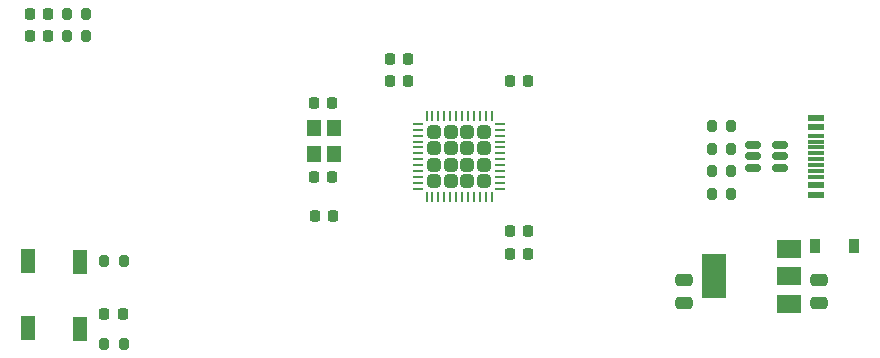
<source format=gbr>
%TF.GenerationSoftware,KiCad,Pcbnew,6.0.2+dfsg-1*%
%TF.CreationDate,2022-03-05T11:59:17+08:00*%
%TF.ProjectId,mcustm32f411,6d637573-746d-4333-9266-3431312e6b69,a*%
%TF.SameCoordinates,Original*%
%TF.FileFunction,Paste,Top*%
%TF.FilePolarity,Positive*%
%FSLAX46Y46*%
G04 Gerber Fmt 4.6, Leading zero omitted, Abs format (unit mm)*
G04 Created by KiCad (PCBNEW 6.0.2+dfsg-1) date 2022-03-05 11:59:17*
%MOMM*%
%LPD*%
G01*
G04 APERTURE LIST*
G04 Aperture macros list*
%AMRoundRect*
0 Rectangle with rounded corners*
0 $1 Rounding radius*
0 $2 $3 $4 $5 $6 $7 $8 $9 X,Y pos of 4 corners*
0 Add a 4 corners polygon primitive as box body*
4,1,4,$2,$3,$4,$5,$6,$7,$8,$9,$2,$3,0*
0 Add four circle primitives for the rounded corners*
1,1,$1+$1,$2,$3*
1,1,$1+$1,$4,$5*
1,1,$1+$1,$6,$7*
1,1,$1+$1,$8,$9*
0 Add four rect primitives between the rounded corners*
20,1,$1+$1,$2,$3,$4,$5,0*
20,1,$1+$1,$4,$5,$6,$7,0*
20,1,$1+$1,$6,$7,$8,$9,0*
20,1,$1+$1,$8,$9,$2,$3,0*%
G04 Aperture macros list end*
%ADD10RoundRect,0.225000X-0.225000X-0.250000X0.225000X-0.250000X0.225000X0.250000X-0.225000X0.250000X0*%
%ADD11R,0.900000X1.200000*%
%ADD12R,1.450000X0.600000*%
%ADD13R,1.450000X0.300000*%
%ADD14R,1.200000X2.000000*%
%ADD15RoundRect,0.225000X0.225000X0.250000X-0.225000X0.250000X-0.225000X-0.250000X0.225000X-0.250000X0*%
%ADD16R,2.000000X1.500000*%
%ADD17R,2.000000X3.800000*%
%ADD18RoundRect,0.250000X-0.475000X0.250000X-0.475000X-0.250000X0.475000X-0.250000X0.475000X0.250000X0*%
%ADD19RoundRect,0.200000X-0.200000X-0.275000X0.200000X-0.275000X0.200000X0.275000X-0.200000X0.275000X0*%
%ADD20RoundRect,0.218750X0.218750X0.256250X-0.218750X0.256250X-0.218750X-0.256250X0.218750X-0.256250X0*%
%ADD21RoundRect,0.150000X-0.512500X-0.150000X0.512500X-0.150000X0.512500X0.150000X-0.512500X0.150000X0*%
%ADD22RoundRect,0.200000X0.200000X0.275000X-0.200000X0.275000X-0.200000X-0.275000X0.200000X-0.275000X0*%
%ADD23R,1.200000X1.400000*%
%ADD24RoundRect,0.250000X-0.315000X-0.315000X0.315000X-0.315000X0.315000X0.315000X-0.315000X0.315000X0*%
%ADD25RoundRect,0.062500X-0.375000X-0.062500X0.375000X-0.062500X0.375000X0.062500X-0.375000X0.062500X0*%
%ADD26RoundRect,0.062500X-0.062500X-0.375000X0.062500X-0.375000X0.062500X0.375000X-0.062500X0.375000X0*%
G04 APERTURE END LIST*
D10*
%TO.C,C9*%
X156705000Y-109855000D03*
X158255000Y-109855000D03*
%TD*%
D11*
%TO.C,D1*%
X182500000Y-109220000D03*
X185800000Y-109220000D03*
%TD*%
D12*
%TO.C,J1*%
X182645000Y-104850000D03*
X182645000Y-104050000D03*
D13*
X182645000Y-102850000D03*
X182645000Y-101850000D03*
X182645000Y-101350000D03*
X182645000Y-100350000D03*
D12*
X182645000Y-99150000D03*
X182645000Y-98350000D03*
X182645000Y-98350000D03*
X182645000Y-99150000D03*
D13*
X182645000Y-99850000D03*
X182645000Y-100850000D03*
X182645000Y-102350000D03*
X182645000Y-103350000D03*
D12*
X182645000Y-104050000D03*
X182645000Y-104850000D03*
%TD*%
D14*
%TO.C,SW1*%
X115910000Y-116155000D03*
X120310000Y-116205000D03*
%TD*%
%TO.C,SW2*%
X120310000Y-110540000D03*
X115910000Y-110490000D03*
%TD*%
D15*
%TO.C,C5*%
X148095000Y-95250000D03*
X146545000Y-95250000D03*
%TD*%
D10*
%TO.C,C6*%
X156705000Y-95250000D03*
X158255000Y-95250000D03*
%TD*%
D15*
%TO.C,C7*%
X141745000Y-106680000D03*
X140195000Y-106680000D03*
%TD*%
D10*
%TO.C,C8*%
X156705000Y-107950000D03*
X158255000Y-107950000D03*
%TD*%
D16*
%TO.C,U1*%
X180315000Y-114060000D03*
D17*
X174015000Y-111760000D03*
D16*
X180315000Y-111760000D03*
X180315000Y-109460000D03*
%TD*%
D18*
%TO.C,C1*%
X182880000Y-112080000D03*
X182880000Y-113980000D03*
%TD*%
D10*
%TO.C,C2*%
X122375000Y-114935000D03*
X123925000Y-114935000D03*
%TD*%
D19*
%TO.C,R5*%
X173800000Y-102870000D03*
X175450000Y-102870000D03*
%TD*%
%TO.C,R6*%
X173800000Y-100965000D03*
X175450000Y-100965000D03*
%TD*%
D20*
%TO.C,D2*%
X117627500Y-89535000D03*
X116052500Y-89535000D03*
%TD*%
%TO.C,D3*%
X117627500Y-91440000D03*
X116052500Y-91440000D03*
%TD*%
D19*
%TO.C,R3*%
X173800000Y-104775000D03*
X175450000Y-104775000D03*
%TD*%
%TO.C,R4*%
X173800000Y-99060000D03*
X175450000Y-99060000D03*
%TD*%
%TO.C,R7*%
X119190000Y-89535000D03*
X120840000Y-89535000D03*
%TD*%
%TO.C,R8*%
X119190000Y-91440000D03*
X120840000Y-91440000D03*
%TD*%
D10*
%TO.C,C10*%
X140125000Y-97100000D03*
X141675000Y-97100000D03*
%TD*%
D15*
%TO.C,C11*%
X141675000Y-103350000D03*
X140125000Y-103350000D03*
%TD*%
D21*
%TO.C,U3*%
X177297500Y-100650000D03*
X177297500Y-101600000D03*
X177297500Y-102550000D03*
X179572500Y-102550000D03*
X179572500Y-101600000D03*
X179572500Y-100650000D03*
%TD*%
D15*
%TO.C,C4*%
X148095000Y-93345000D03*
X146545000Y-93345000D03*
%TD*%
D22*
%TO.C,R1*%
X124015000Y-117475000D03*
X122365000Y-117475000D03*
%TD*%
D19*
%TO.C,R2*%
X122365000Y-110490000D03*
X124015000Y-110490000D03*
%TD*%
D23*
%TO.C,Y1*%
X140120000Y-99230000D03*
X140120000Y-101430000D03*
X141820000Y-101430000D03*
X141820000Y-99230000D03*
%TD*%
D18*
%TO.C,C3*%
X171450000Y-112080000D03*
X171450000Y-113980000D03*
%TD*%
D24*
%TO.C,U2*%
X154500000Y-100900000D03*
X153100000Y-99500000D03*
X153100000Y-102300000D03*
X151700000Y-103700000D03*
X151700000Y-102300000D03*
X153100000Y-100900000D03*
X150300000Y-102300000D03*
X150300000Y-99500000D03*
X153100000Y-103700000D03*
X151700000Y-99500000D03*
X154500000Y-99500000D03*
X150300000Y-103700000D03*
X151700000Y-100900000D03*
X150300000Y-100900000D03*
X154500000Y-102300000D03*
X154500000Y-103700000D03*
D25*
X148962500Y-98850000D03*
X148962500Y-99350000D03*
X148962500Y-99850000D03*
X148962500Y-100350000D03*
X148962500Y-100850000D03*
X148962500Y-101350000D03*
X148962500Y-101850000D03*
X148962500Y-102350000D03*
X148962500Y-102850000D03*
X148962500Y-103350000D03*
X148962500Y-103850000D03*
X148962500Y-104350000D03*
D26*
X149650000Y-105037500D03*
X150150000Y-105037500D03*
X150650000Y-105037500D03*
X151150000Y-105037500D03*
X151650000Y-105037500D03*
X152150000Y-105037500D03*
X152650000Y-105037500D03*
X153150000Y-105037500D03*
X153650000Y-105037500D03*
X154150000Y-105037500D03*
X154650000Y-105037500D03*
X155150000Y-105037500D03*
D25*
X155837500Y-104350000D03*
X155837500Y-103850000D03*
X155837500Y-103350000D03*
X155837500Y-102850000D03*
X155837500Y-102350000D03*
X155837500Y-101850000D03*
X155837500Y-101350000D03*
X155837500Y-100850000D03*
X155837500Y-100350000D03*
X155837500Y-99850000D03*
X155837500Y-99350000D03*
X155837500Y-98850000D03*
D26*
X155150000Y-98162500D03*
X154650000Y-98162500D03*
X154150000Y-98162500D03*
X153650000Y-98162500D03*
X153150000Y-98162500D03*
X152650000Y-98162500D03*
X152150000Y-98162500D03*
X151650000Y-98162500D03*
X151150000Y-98162500D03*
X150650000Y-98162500D03*
X150150000Y-98162500D03*
X149650000Y-98162500D03*
%TD*%
M02*

</source>
